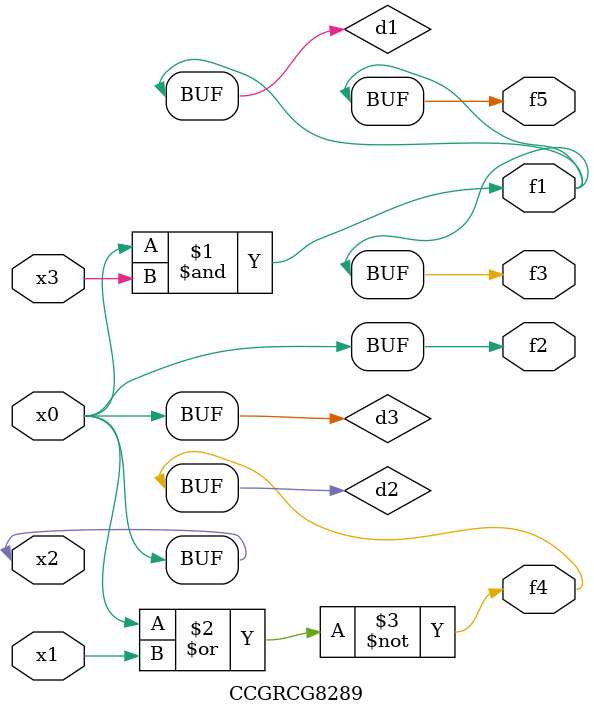
<source format=v>
module CCGRCG8289(
	input x0, x1, x2, x3,
	output f1, f2, f3, f4, f5
);

	wire d1, d2, d3;

	and (d1, x2, x3);
	nor (d2, x0, x1);
	buf (d3, x0, x2);
	assign f1 = d1;
	assign f2 = d3;
	assign f3 = d1;
	assign f4 = d2;
	assign f5 = d1;
endmodule

</source>
